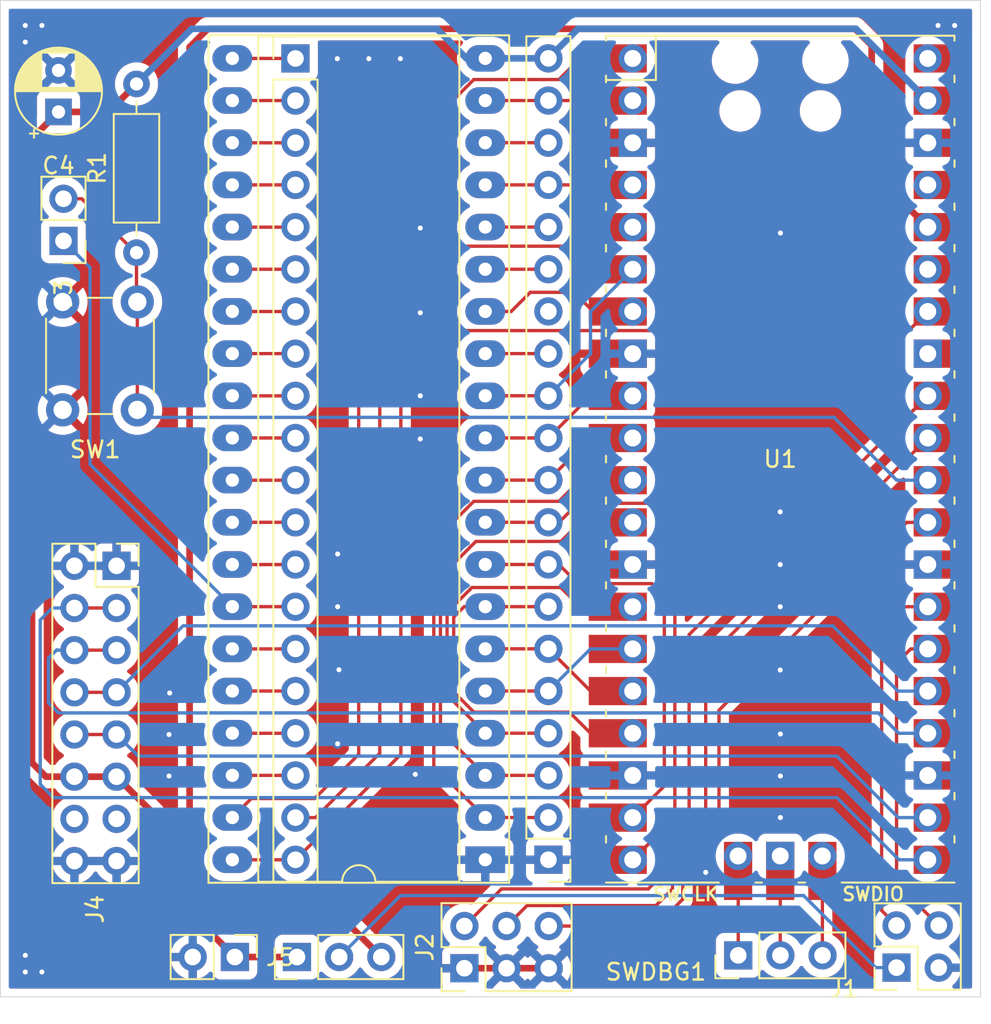
<source format=kicad_pcb>
(kicad_pcb (version 20241229) (generator "pcbnew") (generator_version "9.0")
  (title_block (title "1541-rePico") (date "2026-01-13") (rev "1.1"))
  (layers (0 "F.Cu" signal) (2 "B.Cu" signal) (13 "F.Paste" user) (15 "B.Paste" user) (5 "F.SilkS" user "F.Silkscreen") (7 "B.SilkS" user "B.Silkscreen") (1 "F.Mask" user) (3 "B.Mask" user) (25 "Edge.Cuts" user))
  (net 0 "")
  (net 1 "+5V")
  (net 2 "GND")
  (net 3 "Net-(Display_Power1-Pin_2)")
  (net 4 "+3.3V")
  (net 5 "/VIA 6522 Sockel/PA0")
  (net 6 "/VIA 6522 Sockel/PA1")
  (net 7 "/VIA 6522 Sockel/PA2")
  (net 8 "/VIA 6522 Sockel/PA3")
  (net 9 "/VIA 6522 Sockel/PA4")
  (net 10 "/VIA 6522 Sockel/PA5")
  (net 11 "/VIA 6522 Sockel/PA6")
  (net 12 "/VIA 6522 Sockel/PA7")
  (net 13 "/VIA 6522 Sockel/STP1")
  (net 14 "/VIA 6522 Sockel/STP0")
  (net 15 "/VIA 6522 Sockel/MTR")
  (net 16 "/VIA 6522 Sockel/ACT")
  (net 17 "/VIA 6522 Sockel/WPS")
  (net 18 "/VIA 6522 Sockel/DS0")
  (net 19 "/VIA 6522 Sockel/DS1")
  (net 20 "/VIA 6522 Sockel/SYNC")
  (net 21 "/VIA 6522 Sockel/NC")
  (net 22 "/VIA 6522 Sockel/MODE")
  (net 23 "Net-(IC2-~{IRQ})")
  (net 24 "Net-(IC2-R{slash}W)")
  (net 25 "Net-(IC2-~{CS2})")
  (net 26 "Net-(IC2-CS1)")
  (net 27 "Net-(IC2-PHI2)")
  (net 28 "Net-(IC2-D7)")
  (net 29 "Net-(IC2-D6)")
  (net 30 "Net-(IC2-D5)")
  (net 31 "Net-(IC2-D4)")
  (net 32 "Net-(IC2-D3)")
  (net 33 "Net-(IC2-D2)")
  (net 34 "Net-(IC2-D1)")
  (net 35 "Net-(IC2-D0)")
  (net 36 "/VIA 6522 Sockel/~{RESET}")
  (net 37 "Net-(IC2-RS3)")
  (net 38 "Net-(IC2-RS2)")
  (net 39 "Net-(IC2-RS1)")
  (net 40 "Net-(IC2-RS0)")
  (net 41 "/VIA 6522 Sockel/SOE")
  (net 42 "/VIA 6522 Sockel/BRDY")
  (net 43 "I2C_SCL")
  (net 44 "I2C_SDA")
  (net 45 "/BT1")
  (net 46 "/BT2")
  (net 47 "/BT3")
  (net 48 "Net-(J3-Pin_2)")
  (net 49 "MISO")
  (net 50 "SCK")
  (net 51 "MOSI")
  (net 52 "CS")
  (net 53 "/VIA 6522 Sockel/SOE_GA")
  (net 61 "Net-(SWDBG1-Pin_2)")
  (net 62 "Net-(SWDBG1-Pin_3)")
  (net 63 "Net-(SWDBG1-Pin_1)")
  (footprint "Resistor_THT:R_Axial_DIN0207_L6.3mm_D2.5mm_P10.16mm_Horizontal" (layer "F.Cu") (at 108.3776 80.2496 90)
    (property "Reference" "R1")
    (property "Value" "10k" (hide yes))
  )
  (footprint "Connector_PinHeader_2.54mm:PinHeader_1x20_P2.54mm_Vertical" (layer "F.Cu") (at 117.9576 68.5546)
    (property "Reference" "P2" (hide yes))
    (property "Value" "VIA_PIN_21-40" (hide yes))
  )
  (footprint "Button_Switch_THT:SW_PUSH_6mm_H5mm" (layer "F.Cu") (at 103.9276 89.7196 90)
    (property "Reference" "SW1")
    (property "Value" "RESET")
  )
  (footprint "Capacitor_THT:CP_Radial_D5.0mm_P2.50mm" (layer "F.Cu") (at 103.6776 71.774713 90)
    (property "Reference" "C4")
    (property "Value" "47µF" (hide yes))
  )
  (footprint "Package_DIP:DIP-40_W15.24mm_Socket_LongPads" (layer "F.Cu") (at 129.3926 116.8096 180)
    (property "Reference" "IC2" (hide yes))
    (property "Value" "VIA6522")
  )
  (footprint "Connector_PinHeader_2.54mm:PinHeader_1x02_P2.54mm_Vertical" (layer "F.Cu") (at 103.9776 79.5446 180)
    (property "Reference" "J3")
    (property "Value" "RESET_1541")
  )
  (footprint "Connector_PinHeader_2.54mm:PinHeader_1x03_P2.54mm_Vertical" (layer "F.Cu") (at 118.0501 122.6696 90)
    (property "Reference" "Display_Power1" (hide yes))
    (property "Value" "Display Power")
  )
  (footprint "Connector_PinSocket_2.54mm:PinSocket_2x02_P2.54mm_Vertical" (layer "F.Cu") (at 154.1776 123.3096 180)
    (property "Reference" "J1")
    (property "Value" "Display Connector")
  )
  (footprint "Connector_PinHeader_2.54mm:PinHeader_1x20_P2.54mm_Vertical" (layer "F.Cu") (at 133.1976 116.8096 180)
    (property "Reference" "P1" (hide yes))
    (property "Value" "VIA_PIN_1-20" (hide yes))
  )
  (footprint "Connector_PinHeader_2.54mm:PinHeader_1x02_P2.54mm_Vertical" (layer "F.Cu") (at 114.3051 122.6696 -90)
    (property "Reference" "J5")
    (property "Value" "EXT_5V")
  )
  (footprint "Connector_PinHeader_2.54mm:PinHeader_2x03_P2.54mm_Vertical" (layer "F.Cu") (at 128.1376 123.3446 90)
    (property "Reference" "J2")
    (property "Value" "Conn_02x03_Odd_Even" (hide yes))
  )
  (footprint "Connector_PinSocket_2.54mm:PinSocket_2x08_P2.54mm_Vertical" (layer "F.Cu") (at 107.1776 99.1096)
    (property "Reference" "J4")
    (property "Value" "SD Card Module Connector")
  )
  (footprint "RPi_Pico:RPi_Pico_SMD_TH" (layer "F.Cu") (at 147.1676 92.6846)
    (property "Reference" "U1")
    (property "Value" "Pico")
  )
  (footprint "Connector_PinHeader_2.54mm:PinHeader_1x03_P2.54mm_Vertical" (layer "F.Cu") (at 144.6376 122.5696 90)
    (property "Reference" "SWDBG1")
    (property "Value" "DEBUG")
  )
  (gr_rect (start 100.1776 65.0596) (end 159.2326 125.0696) (stroke (width 0.05)) (fill no) (layer "Edge.Cuts"))
  (segment (start 102.0826 110.9746) (end 102.0826 73.369713) (width 0.4) (layer "F.Cu") (net 1))
  (segment (start 106.692487 71.774713) (end 108.3776 70.0896) (width 0.4) (layer "F.Cu") (net 1))
  (segment (start 114.3051 122.6696) (end 112.8051 121.1696) (width 0.4) (layer "F.Cu") (net 1))
  (segment (start 104.6376 111.8096) (end 102.9176 111.8096) (width 0.4) (layer "F.Cu") (net 1))
  (segment (start 104.6376 111.8096) (end 107.1776 111.8096) (width 0.4) (layer "F.Cu") (net 1))
  (segment (start 109.3776 120.2696) (end 109.3776 114.0096) (width 0.4) (layer "F.Cu") (net 1))
  (segment (start 103.6776 71.774713) (end 106.692487 71.774713) (width 0.4) (layer "F.Cu") (net 1))
  (segment (start 108.262713 69.974713) (end 108.3776 70.0896) (width 0.4) (layer "F.Cu") (net 1))
  (segment (start 118.0501 122.6696) (end 114.3051 122.6696) (width 0.4) (layer "F.Cu") (net 1))
  (segment (start 102.9176 111.8096) (end 102.0826 110.9746) (width 0.4) (layer "F.Cu") (net 1))
  (segment (start 110.2776 121.1696) (end 109.3776 120.2696) (width 0.4) (layer "F.Cu") (net 1))
  (segment (start 112.8051 121.1696) (end 110.2776 121.1696) (width 0.4) (layer "F.Cu") (net 1))
  (segment (start 109.3776 114.0096) (end 107.1776 111.8096) (width 0.4) (layer "F.Cu") (net 1))
  (segment (start 102.0826 73.369713) (end 103.6776 71.774713) (width 0.4) (layer "F.Cu") (net 1))
  (segment (start 129.3926 68.5496) (end 128.2576 68.5496) (width 0.4) (layer "B.Cu") (net 1))
  (segment (start 126.4776 66.7696) (end 111.6976 66.7696) (width 0.4) (layer "B.Cu") (net 1))
  (segment (start 111.6976 66.7696) (end 108.3776 70.0896) (width 0.4) (layer "B.Cu") (net 1))
  (segment (start 129.3926 68.5496) (end 133.1976 68.5496) (width 0.4) (layer "B.Cu") (net 1))
  (segment (start 133.1976 68.5496) (end 134.9776 66.7696) (width 0.4) (layer "B.Cu") (net 1))
  (segment (start 151.7326 66.7696) (end 156.0576 71.0946) (width 0.4) (layer "B.Cu") (net 1))
  (segment (start 134.9776 66.7696) (end 151.7326 66.7696) (width 0.4) (layer "B.Cu") (net 1))
  (segment (start 128.2576 68.5496) (end 126.4776 66.7696) (width 0.4) (layer "B.Cu") (net 1))
  (segment (start 128.1376 123.3446) (end 130.6776 123.3446) (width 0.4) (layer "F.Cu") (net 2))
  (segment (start 130.6776 123.3446) (end 133.2176 123.3446) (width 0.4) (layer "F.Cu") (net 2))
  (via (at 101.6776 123.5696) (size 0.6) (drill 0.3) (layers "F.Cu" "B.Cu") (net 2))
  (via (at 110.3376 109.2696) (size 0.6) (drill 0.3) (layers "F.Cu" "B.Cu") (net 2))
  (via (at 125.4776 78.7696) (size 0.6) (drill 0.3) (layers "F.Cu" "B.Cu") (net 2))
  (via (at 147.1776 79.0696) (size 0.6) (drill 0.3) (layers "F.Cu" "B.Cu") (net 2))
  (via (at 156.6776 66.5696) (size 0.6) (drill 0.3) (layers "F.Cu" "B.Cu") (net 2))
  (via (at 147.1776 114.2696) (size 0.6) (drill 0.3) (layers "F.Cu" "B.Cu") (net 2))
  (via (at 110.3776 106.7696) (size 0.6) (drill 0.3) (layers "F.Cu" "B.Cu") (net 2))
  (via (at 142.6776 117.5696) (size 0.6) (drill 0.3) (layers "F.Cu" "B.Cu") (net 2))
  (via (at 102.6776 123.5696) (size 0.6) (drill 0.3) (layers "F.Cu" "B.Cu") (net 2))
  (via (at 147.1676 95.8596) (size 0.6) (drill 0.3) (layers "F.Cu" "B.Cu") (net 2))
  (via (at 101.6776 67.5696) (size 0.6) (drill 0.3) (layers "F.Cu" "B.Cu") (net 2))
  (via (at 120.4776 68.5696) (size 0.6) (drill 0.3) (layers "F.Cu" "B.Cu") (net 2))
  (via (at 120.4976 101.5746) (size 0.6) (drill 0.3) (layers "F.Cu" "B.Cu") (net 2))
  (via (at 122.3776 68.5696) (size 0.6) (drill 0.3) (layers "F.Cu" "B.Cu") (net 2))
  (via (at 147.1676 101.5746) (size 0.6) (drill 0.3) (layers "F.Cu" "B.Cu") (net 2))
  (via (at 125.4776 83.8696) (size 0.6) (drill 0.3) (layers "F.Cu" "B.Cu") (net 2))
  (via (at 125.4776 88.8696) (size 0.6) (drill 0.3) (layers "F.Cu" "B.Cu") (net 2))
  (via (at 125.1776 111.6696) (size 0.6) (drill 0.3) (layers "F.Cu" "B.Cu") (net 2))
  (via (at 101.6776 66.5696) (size 0.6) (drill 0.3) (layers "F.Cu" "B.Cu") (net 2))
  (via (at 147.1776 109.2396) (size 0.6) (drill 0.3) (layers "F.Cu" "B.Cu") (net 2))
  (via (at 157.6776 66.5696) (size 0.6) (drill 0.3) (layers "F.Cu" "B.Cu") (net 2))
  (via (at 120.4976 109.8296) (size 0.6) (drill 0.3) (layers "F.Cu" "B.Cu") (net 2))
  (via (at 120.5776 105.3696) (size 0.6) (drill 0.3) (layers "F.Cu" "B.Cu") (net 2))
  (via (at 101.6776 122.5696) (size 0.6) (drill 0.3) (layers "F.Cu" "B.Cu") (net 2))
  (via (at 147.1676 99.0346) (size 0.6) (drill 0.3) (layers "F.Cu" "B.Cu") (net 2))
  (via (at 110.3376 111.7696) (size 0.6) (drill 0.3) (layers "F.Cu" "B.Cu") (net 2))
  (via (at 124.2776 68.5696) (size 0.6) (drill 0.3) (layers "F.Cu" "B.Cu") (net 2))
  (via (at 147.1776 111.7696) (size 0.6) (drill 0.3) (layers "F.Cu" "B.Cu") (net 2))
  (via (at 147.1676 105.3846) (size 0.6) (drill 0.3) (layers "F.Cu" "B.Cu") (net 2))
  (via (at 125.4776 91.4696) (size 0.6) (drill 0.3) (layers "F.Cu" "B.Cu") (net 2))
  (via (at 102.6776 66.5696) (size 0.6) (drill 0.3) (layers "F.Cu" "B.Cu") (net 2))
  (via (at 120.4976 98.3996) (size 0.6) (drill 0.3) (layers "F.Cu" "B.Cu") (net 2))
  (segment (start 124.2901 118.9696) (end 148.5776 118.9696) (width 0.2) (layer "B.Cu") (net 3))
  (segment (start 120.5901 122.6696) (end 124.2901 118.9696) (width 0.2) (layer "B.Cu") (net 3))
  (segment (start 148.5776 118.9696) (end 152.9176 123.3096) (width 0.2) (layer "B.Cu") (net 3))
  (segment (start 152.9176 123.3096) (end 154.1776 123.3096) (width 0.2) (layer "B.Cu") (net 3))
  (segment (start 111.5776 67.8696) (end 111.5776 118.0696) (width 0.4) (layer "F.Cu") (net 4))
  (segment (start 151.6776 66.7696) (end 112.6776 66.7696) (width 0.4) (layer "F.Cu") (net 4))
  (segment (start 112.6776 66.7696) (end 111.5776 67.8696) (width 0.4) (layer "F.Cu") (net 4))
  (segment (start 156.0576 78.7146) (end 152.6776 75.3346) (width 0.4) (layer "F.Cu") (net 4))
  (segment (start 152.6776 75.3346) (end 152.6776 67.7696) (width 0.4) (layer "F.Cu") (net 4))
  (segment (start 123.1301 122.6696) (end 119.7301 119.2696) (width 0.4) (layer "F.Cu") (net 4))
  (segment (start 112.7776 119.2696) (end 111.5776 118.0696) (width 0.4) (layer "F.Cu") (net 4))
  (segment (start 112.7776 119.2696) (end 119.7301 119.2696) (width 0.4) (layer "F.Cu") (net 4))
  (segment (start 152.6776 67.7696) (end 151.6776 66.7696) (width 0.4) (layer "F.Cu") (net 4))
  (segment (start 126.2926 111.1696) (end 126.2926 97.633965) (width 0.2) (layer "F.Cu") (net 5))
  (segment (start 126.2926 97.633965) (end 128.701965 95.2246) (width 0.2) (layer "F.Cu") (net 5))
  (segment (start 133.8326 95.2246) (end 135.1026 93.9546) (width 0.2) (layer "F.Cu") (net 5))
  (segment (start 128.701965 95.2246) (end 133.8326 95.2246) (width 0.2) (layer "F.Cu") (net 5))
  (segment (start 133.1976 114.2696) (end 129.3926 114.2696) (width 0.2) (layer "F.Cu") (net 5))
  (segment (start 129.3926 114.2696) (end 126.2926 111.1696) (width 0.2) (layer "F.Cu") (net 5))
  (segment (start 135.1026 93.9546) (end 138.2776 93.9546) (width 0.2) (layer "F.Cu") (net 5))
  (segment (start 128.826965 97.6396) (end 126.6926 99.773965) (width 0.2) (layer "F.Cu") (net 6))
  (segment (start 133.1976 111.7296) (end 129.3926 111.7296) (width 0.2) (layer "F.Cu") (net 6))
  (segment (start 126.6926 99.773965) (end 126.6926 109.0296) (width 0.2) (layer "F.Cu") (net 6))
  (segment (start 138.2776 96.4946) (end 135.1026 96.4946) (width 0.2) (layer "F.Cu") (net 6))
  (segment (start 135.1026 96.4946) (end 133.9576 97.6396) (width 0.2) (layer "F.Cu") (net 6))
  (segment (start 133.9576 97.6396) (end 128.826965 97.6396) (width 0.2) (layer "F.Cu") (net 6))
  (segment (start 126.6926 109.0296) (end 129.3926 111.7296) (width 0.2) (layer "F.Cu") (net 6))
  (segment (start 127.0926 101.913965) (end 128.586965 100.4196) (width 0.2) (layer "F.Cu") (net 7))
  (segment (start 135.1026 101.5746) (end 138.2776 101.5746) (width 0.2) (layer "F.Cu") (net 7))
  (segment (start 133.9476 100.4196) (end 135.1026 101.5746) (width 0.2) (layer "F.Cu") (net 7))
  (segment (start 129.3926 109.1896) (end 127.0926 106.8896) (width 0.2) (layer "F.Cu") (net 7))
  (segment (start 127.0926 106.8896) (end 127.0926 101.913965) (width 0.2) (layer "F.Cu") (net 7))
  (segment (start 128.586965 100.4196) (end 133.9476 100.4196) (width 0.2) (layer "F.Cu") (net 7))
  (segment (start 133.1976 109.1896) (end 129.3926 109.1896) (width 0.2) (layer "F.Cu") (net 7))
  (segment (start 133.1976 106.6496) (end 129.3926 106.6496) (width 0.2) (layer "F.Cu") (net 8))
  (segment (start 138.2776 104.1146) (end 135.7326 104.1146) (width 0.2) (layer "B.Cu") (net 8))
  (segment (start 135.7326 104.1146) (end 133.1976 106.6496) (width 0.2) (layer "B.Cu") (net 8))
  (segment (start 135.7426 106.6546) (end 133.1976 104.1096) (width 0.2) (layer "F.Cu") (net 9))
  (segment (start 133.1976 104.1096) (end 129.3926 104.1096) (width 0.2) (layer "F.Cu") (net 9))
  (segment (start 138.2776 106.6546) (end 135.7426 106.6546) (width 0.2) (layer "F.Cu") (net 9))
  (segment (start 129.3926 101.5696) (end 133.1976 101.5696) (width 0.2) (layer "F.Cu") (net 10))
  (segment (start 128.1226 101.5696) (end 129.3926 101.5696) (width 0.2) (layer "F.Cu") (net 10))
  (segment (start 128.711965 107.9246) (end 127.4926 106.705235) (width 0.2) (layer "F.Cu") (net 10))
  (segment (start 138.2776 109.1946) (end 135.7376 109.1946) (width 0.2) (layer "F.Cu") (net 10))
  (segment (start 135.7376 109.1946) (end 134.4676 107.9246) (width 0.2) (layer "F.Cu") (net 10))
  (segment (start 127.4926 102.1996) (end 128.1226 101.5696) (width 0.2) (layer "F.Cu") (net 10))
  (segment (start 127.4926 106.705235) (end 127.4926 102.1996) (width 0.2) (layer "F.Cu") (net 10))
  (segment (start 134.4676 107.9246) (end 128.711965 107.9246) (width 0.2) (layer "F.Cu") (net 10))
  (segment (start 138.2776 114.2746) (end 140.1826 112.3696) (width 0.2) (layer "F.Cu") (net 11))
  (segment (start 139.4276 100.1846) (end 134.9826 100.1846) (width 0.2) (layer "F.Cu") (net 11))
  (segment (start 133.8276 99.0296) (end 133.1976 99.0296) (width 0.2) (layer "F.Cu") (net 11))
  (segment (start 140.1826 100.9396) (end 139.4276 100.1846) (width 0.2) (layer "F.Cu") (net 11))
  (segment (start 140.1826 112.3696) (end 140.1826 100.9396) (width 0.2) (layer "F.Cu") (net 11))
  (segment (start 134.9826 100.1846) (end 133.8276 99.0296) (width 0.2) (layer "F.Cu") (net 11))
  (segment (start 133.1976 99.0296) (end 129.3926 99.0296) (width 0.2) (layer "F.Cu") (net 11))
  (segment (start 133.1976 96.4896) (end 133.8376 96.4896) (width 0.2) (layer "F.Cu") (net 12))
  (segment (start 133.1976 96.4896) (end 129.3926 96.4896) (width 0.2) (layer "F.Cu") (net 12))
  (segment (start 140.8176 96.4946) (end 140.8176 114.2746) (width 0.2) (layer "F.Cu") (net 12))
  (segment (start 140.8176 114.2746) (end 138.2776 116.8146) (width 0.2) (layer "F.Cu") (net 12))
  (segment (start 134.9826 95.3446) (end 139.6676 95.3446) (width 0.2) (layer "F.Cu") (net 12))
  (segment (start 139.6676 95.3446) (end 140.8176 96.4946) (width 0.2) (layer "F.Cu") (net 12))
  (segment (start 133.8376 96.4896) (end 134.9826 95.3446) (width 0.2) (layer "F.Cu") (net 12))
  (segment (start 133.1976 93.9496) (end 135.7326 91.4146) (width 0.2) (layer "F.Cu") (net 13))
  (segment (start 135.7326 91.4146) (end 138.2776 91.4146) (width 0.2) (layer "F.Cu") (net 13))
  (segment (start 133.1976 93.9496) (end 129.3926 93.9496) (width 0.2) (layer "F.Cu") (net 13))
  (segment (start 133.1976 91.4096) (end 135.7326 88.8746) (width 0.2) (layer "F.Cu") (net 14))
  (segment (start 135.7326 88.8746) (end 138.2776 88.8746) (width 0.2) (layer "F.Cu") (net 14))
  (segment (start 133.1976 91.4096) (end 129.3926 91.4096) (width 0.2) (layer "F.Cu") (net 14))
  (segment (start 133.1976 88.8696) (end 129.3926 88.8696) (width 0.2) (layer "F.Cu") (net 15))
  (segment (start 135.7376 86.3346) (end 135.7326 86.3346) (width 0.2) (layer "B.Cu") (net 15))
  (segment (start 135.7326 86.3346) (end 133.1976 88.8696) (width 0.2) (layer "B.Cu") (net 15))
  (segment (start 138.2776 81.2546) (end 135.7376 83.7946) (width 0.2) (layer "B.Cu") (net 15))
  (segment (start 135.7376 83.7946) (end 135.7376 86.3346) (width 0.2) (layer "B.Cu") (net 15))
  (segment (start 133.1976 86.3296) (end 129.3926 86.3296) (width 0.2) (layer "F.Cu") (net 16))
  (segment (start 135.9026 83.7946) (end 134.7466 82.6386) (width 0.2) (layer "F.Cu") (net 17))
  (segment (start 138.2776 83.7946) (end 135.9026 83.7946) (width 0.2) (layer "F.Cu") (net 17))
  (segment (start 138.2726 83.7896) (end 138.2776 83.7946) (width 0.2) (layer "F.Cu") (net 17))
  (segment (start 134.7466 82.6386) (end 132.1086 82.6386) (width 0.2) (layer "F.Cu") (net 17))
  (segment (start 130.9576 83.7896) (end 129.3926 83.7896) (width 0.2) (layer "F.Cu") (net 17))
  (segment (start 132.1086 82.6386) (end 130.9576 83.7896) (width 0.2) (layer "F.Cu") (net 17))
  (segment (start 133.1976 81.2496) (end 129.3926 81.2496) (width 0.2) (layer "F.Cu") (net 18))
  (segment (start 129.3926 78.7096) (end 133.1976 78.7096) (width 0.2) (layer "F.Cu") (net 19))
  (segment (start 133.1976 76.1696) (end 129.3926 76.1696) (width 0.2) (layer "F.Cu") (net 20))
  (segment (start 133.1976 76.1696) (end 138.2726 76.1696) (width 0.2) (layer "F.Cu") (net 20))
  (segment (start 138.2726 76.1696) (end 138.2776 76.1746) (width 0.2) (layer "F.Cu") (net 20))
  (segment (start 133.1976 73.6296) (end 129.3926 73.6296) (width 0.2) (layer "F.Cu") (net 21))
  (segment (start 138.2726 71.0896) (end 138.2776 71.0946) (width 0.2) (layer "F.Cu") (net 22))
  (segment (start 133.1976 71.0896) (end 138.2726 71.0896) (width 0.2) (layer "F.Cu") (net 22))
  (segment (start 129.3926 71.0896) (end 133.1976 71.0896) (width 0.2) (layer "F.Cu") (net 22))
  (segment (start 117.9576 68.5546) (end 114.1576 68.5546) (width 0.2) (layer "F.Cu") (net 23))
  (segment (start 114.1576 68.5546) (end 114.1526 68.5496) (width 0.2) (layer "F.Cu") (net 23))
  (segment (start 117.9526 71.0896) (end 117.9576 71.0946) (width 0.2) (layer "F.Cu") (net 24))
  (segment (start 114.1526 71.0896) (end 117.9526 71.0896) (width 0.2) (layer "F.Cu") (net 24))
  (segment (start 114.1576 73.6346) (end 114.1526 73.6296) (width 0.2) (layer "F.Cu") (net 25))
  (segment (start 117.9576 73.6346) (end 114.1576 73.6346) (width 0.2) (layer "F.Cu") (net 25))
  (segment (start 114.1526 76.1696) (end 117.9526 76.1696) (width 0.2) (layer "F.Cu") (net 26))
  (segment (start 117.9526 76.1696) (end 117.9576 76.1746) (width 0.2) (layer "F.Cu") (net 26))
  (segment (start 117.9576 78.7146) (end 114.1576 78.7146) (width 0.2) (layer "F.Cu") (net 27))
  (segment (start 114.1576 78.7146) (end 114.1526 78.7096) (width 0.2) (layer "F.Cu") (net 27))
  (segment (start 114.1526 81.2496) (end 117.9526 81.2496) (width 0.2) (layer "F.Cu") (net 28))
  (segment (start 117.9526 81.2496) (end 117.9576 81.2546) (width 0.2) (layer "F.Cu") (net 28))
  (segment (start 117.9576 83.7946) (end 114.1576 83.7946) (width 0.2) (layer "F.Cu") (net 29))
  (segment (start 114.1576 83.7946) (end 114.1526 83.7896) (width 0.2) (layer "F.Cu") (net 29))
  (segment (start 114.1526 86.3296) (end 117.9526 86.3296) (width 0.2) (layer "F.Cu") (net 30))
  (segment (start 117.9526 86.3296) (end 117.9576 86.3346) (width 0.2) (layer "F.Cu") (net 30))
  (segment (start 117.9576 88.8746) (end 114.1576 88.8746) (width 0.2) (layer "F.Cu") (net 31))
  (segment (start 114.1576 88.8746) (end 114.1526 88.8696) (width 0.2) (layer "F.Cu") (net 31))
  (segment (start 117.9526 91.4096) (end 117.9576 91.4146) (width 0.2) (layer "F.Cu") (net 32))
  (segment (start 114.1526 91.4096) (end 117.9526 91.4096) (width 0.2) (layer "F.Cu") (net 32))
  (segment (start 117.9576 93.9546) (end 114.1576 93.9546) (width 0.2) (layer "F.Cu") (net 33))
  (segment (start 114.1576 93.9546) (end 114.1526 93.9496) (width 0.2) (layer "F.Cu") (net 33))
  (segment (start 117.9526 96.4896) (end 117.9576 96.4946) (width 0.2) (layer "F.Cu") (net 34))
  (segment (start 114.1526 96.4896) (end 117.9526 96.4896) (width 0.2) (layer "F.Cu") (net 34))
  (segment (start 117.9576 99.0346) (end 114.1576 99.0346) (width 0.2) (layer "F.Cu") (net 35))
  (segment (start 114.1576 99.0346) (end 114.1526 99.0296) (width 0.2) (layer "F.Cu") (net 35))
  (segment (start 117.9526 101.5696) (end 117.9576 101.5746) (width 0.2) (layer "F.Cu") (net 36))
  (segment (start 114.1526 101.5696) (end 117.9526 101.5696) (width 0.2) (layer "F.Cu") (net 36))
  (segment (start 105.5776 92.9946) (end 114.1526 101.5696) (width 0.2) (layer "B.Cu") (net 36))
  (segment (start 103.9776 79.5446) (end 105.5776 81.1446) (width 0.2) (layer "B.Cu") (net 36))
  (segment (start 105.5776 81.1446) (end 105.5776 92.9946) (width 0.2) (layer "B.Cu") (net 36))
  (segment (start 114.1576 104.1146) (end 114.1526 104.1096) (width 0.2) (layer "F.Cu") (net 37))
  (segment (start 117.9576 104.1146) (end 114.1576 104.1146) (width 0.2) (layer "F.Cu") (net 37))
  (segment (start 117.9526 106.6496) (end 117.9576 106.6546) (width 0.2) (layer "F.Cu") (net 38))
  (segment (start 114.1526 106.6496) (end 117.9526 106.6496) (width 0.2) (layer "F.Cu") (net 38))
  (segment (start 117.9576 109.1946) (end 114.1576 109.1946) (width 0.2) (layer "F.Cu") (net 39))
  (segment (start 114.1576 109.1946) (end 114.1526 109.1896) (width 0.2) (layer "F.Cu") (net 39))
  (segment (start 117.9526 111.7296) (end 117.9576 111.7346) (width 0.2) (layer "F.Cu") (net 40))
  (segment (start 114.1526 111.7296) (end 117.9526 111.7296) (width 0.2) (layer "F.Cu") (net 40))
  (segment (start 133.8326 69.8246) (end 128.701965 69.8246) (width 0.2) (layer "F.Cu") (net 41))
  (segment (start 119.1076 113.1246) (end 115.2976 113.1246) (width 0.2) (layer "F.Cu") (net 41))
  (segment (start 128.701965 69.8246) (end 121.7676 76.758965) (width 0.2) (layer "F.Cu") (net 41))
  (segment (start 121.7676 110.4646) (end 119.1076 113.1246) (width 0.2) (layer "F.Cu") (net 41))
  (segment (start 138.2776 68.5546) (end 135.1026 68.5546) (width 0.2) (layer "F.Cu") (net 41))
  (segment (start 135.1026 68.5546) (end 133.8326 69.8246) (width 0.2) (layer "F.Cu") (net 41))
  (segment (start 121.7676 76.758965) (end 121.7676 110.4646) (width 0.2) (layer "F.Cu") (net 41))
  (segment (start 115.2976 113.1246) (end 114.1526 114.2696) (width 0.2) (layer "F.Cu") (net 41))
  (segment (start 124.3076 110.4646) (end 117.9576 116.8146) (width 0.2) (layer "F.Cu") (net 42))
  (segment (start 156.0576 83.7946) (end 154.9076 84.9446) (width 0.2) (layer "F.Cu") (net 42))
  (segment (start 117.9576 116.8146) (end 114.1576 116.8146) (width 0.2) (layer "F.Cu") (net 42))
  (segment (start 154.9076 84.9446) (end 125.6976 84.9446) (width 0.2) (layer "F.Cu") (net 42))
  (segment (start 114.1576 116.8146) (end 114.1526 116.8096) (width 0.2) (layer "F.Cu") (net 42))
  (segment (start 124.3076 86.3346) (end 124.3076 110.4646) (width 0.2) (layer "F.Cu") (net 42))
  (segment (start 125.6976 84.9446) (end 124.3076 86.3346) (width 0.2) (layer "F.Cu") (net 42))
  (segment (start 153.2776 119.8696) (end 154.1776 120.7696) (width 0.2) (layer "F.Cu") (net 43))
  (segment (start 156.0576 101.5746) (end 154.2726 101.5746) (width 0.2) (layer "F.Cu") (net 43))
  (segment (start 154.2726 101.5746) (end 153.2776 102.5696) (width 0.2) (layer "F.Cu") (net 43))
  (segment (start 153.2776 102.5696) (end 153.2776 119.8696) (width 0.2) (layer "F.Cu") (net 43))
  (segment (start 155.0326 104.1146) (end 154.1776 104.9696) (width 0.2) (layer "F.Cu") (net 44))
  (segment (start 156.0576 104.1146) (end 155.0326 104.1146) (width 0.2) (layer "F.Cu") (net 44))
  (segment (start 154.1776 104.9696) (end 154.1776 118.2296) (width 0.2) (layer "F.Cu") (net 44))
  (segment (start 154.1776 118.2296) (end 156.7176 120.7696) (width 0.2) (layer "F.Cu") (net 44))
  (segment (start 139.9481 116.2991) (end 139.9481 117.8401) (width 0.2) (layer "F.Cu") (net 45))
  (segment (start 139.9481 117.8401) (end 139.2186 118.5696) (width 0.2) (layer "F.Cu") (net 45))
  (segment (start 156.0576 88.8746) (end 141.6776 103.2546) (width 0.2) (layer "F.Cu") (net 45))
  (segment (start 139.2186 118.5696) (end 130.3726 118.5696) (width 0.2) (layer "F.Cu") (net 45))
  (segment (start 141.6776 103.2546) (end 141.6776 114.5696) (width 0.2) (layer "F.Cu") (net 45))
  (segment (start 130.3726 118.5696) (end 128.1376 120.8046) (width 0.2) (layer "F.Cu") (net 45))
  (segment (start 141.6776 114.5696) (end 139.9481 116.2991) (width 0.2) (layer "F.Cu") (net 45))
  (segment (start 142.6776 104.7946) (end 142.6776 114.5696) (width 0.2) (layer "F.Cu") (net 46))
  (segment (start 156.0576 91.4146) (end 142.6776 104.7946) (width 0.2) (layer "F.Cu") (net 46))
  (segment (start 140.6776 118.5696) (end 139.6776 119.5696) (width 0.2) (layer "F.Cu") (net 46))
  (segment (start 142.6776 114.5696) (end 140.6776 116.5696) (width 0.2) (layer "F.Cu") (net 46))
  (segment (start 131.9126 119.5696) (end 130.6776 120.8046) (width 0.2) (layer "F.Cu") (net 46))
  (segment (start 139.6776 119.5696) (end 131.9126 119.5696) (width 0.2) (layer "F.Cu") (net 46))
  (segment (start 140.6776 116.5696) (end 140.6776 118.5696) (width 0.2) (layer "F.Cu") (net 46))
  (segment (start 143.4766 107.8056) (end 154.7876 96.4946) (width 0.2) (layer "F.Cu") (net 47))
  (segment (start 141.2951 116.7511) (end 141.2951 119.1871) (width 0.2) (layer "F.Cu") (net 47))
  (segment (start 143.4766 114.5696) (end 141.2951 116.7511) (width 0.2) (layer "F.Cu") (net 47))
  (segment (start 139.6776 120.8046) (end 141.2951 119.1871) (width 0.2) (layer "F.Cu") (net 47))
  (segment (start 154.7876 96.4946) (end 156.0576 96.4946) (width 0.2) (layer "F.Cu") (net 47))
  (segment (start 143.4766 114.5696) (end 143.4766 107.8056) (width 0.2) (layer "F.Cu") (net 47))
  (segment (start 133.2176 120.8046) (end 139.6776 120.8046) (width 0.2) (layer "F.Cu") (net 47))
  (segment (start 108.3226 80.2496) (end 105.0776 77.0046) (width 0.2) (layer "F.Cu") (net 48))
  (segment (start 108.3776 83.1696) (end 108.4276 83.2196) (width 0.2) (layer "F.Cu") (net 48))
  (segment (start 108.4276 83.2196) (end 108.4276 89.7196) (width 0.2) (layer "F.Cu") (net 48))
  (segment (start 108.3776 80.2496) (end 108.3226 80.2496) (width 0.2) (layer "F.Cu") (net 48))
  (segment (start 108.3776 80.2496) (end 108.3776 83.1696) (width 0.2) (layer "F.Cu") (net 48))
  (segment (start 105.0776 77.0046) (end 103.9776 77.0046) (width 0.2) (layer "F.Cu") (net 48))
  (segment (start 150.4076 90.1696) (end 108.8776 90.1696) (width 0.2) (layer "B.Cu") (net 48))
  (segment (start 154.1926 93.9546) (end 150.4076 90.1696) (width 0.2) (layer "B.Cu") (net 48))
  (segment (start 108.8776 90.1696) (end 108.4276 89.7196) (width 0.2) (layer "B.Cu") (net 48))
  (segment (start 156.0576 93.9546) (end 154.1926 93.9546) (width 0.2) (layer "B.Cu") (net 48))
  (segment (start 107.1776 101.6496) (end 104.6376 101.6496) (width 0.2) (layer "F.Cu") (net 49))
  (segment (start 150.5776 113.0696) (end 103.3776 113.0696) (width 0.2) (layer "B.Cu") (net 49))
  (segment (start 103.2976 101.6496) (end 104.6376 101.6496) (width 0.2) (layer "B.Cu") (net 49))
  (segment (start 156.0576 116.8146) (end 154.3226 116.8146) (width 0.2) (layer "B.Cu") (net 49))
  (segment (start 154.3226 116.8146) (end 150.5776 113.0696) (width 0.2) (layer "B.Cu") (net 49))
  (segment (start 102.5776 102.3696) (end 103.2976 101.6496) (width 0.2) (layer "B.Cu") (net 49))
  (segment (start 102.5776 112.2696) (end 102.5776 102.3696) (width 0.2) (layer "B.Cu") (net 49))
  (segment (start 103.3776 113.0696) (end 102.5776 112.2696) (width 0.2) (layer "B.Cu") (net 49))
  (segment (start 107.1776 104.1896) (end 104.6376 104.1896) (width 0.2) (layer "F.Cu") (net 50))
  (segment (start 104.6376 104.1896) (end 103.5976 104.1896) (width 0.2) (layer "B.Cu") (net 50))
  (segment (start 103.0776 107.3696) (end 103.6776 107.9696) (width 0.2) (layer "B.Cu") (net 50))
  (segment (start 103.5776 104.1696) (end 103.0776 104.6696) (width 0.2) (layer "B.Cu") (net 50))
  (segment (start 103.0776 104.6696) (end 103.0776 107.3696) (width 0.2) (layer "B.Cu") (net 50))
  (segment (start 103.5976 104.1896) (end 103.5776 104.1696) (width 0.2) (layer "B.Cu") (net 50))
  (segment (start 153.0776 107.9696) (end 154.3026 109.1946) (width 0.2) (layer "B.Cu") (net 50))
  (segment (start 154.3026 109.1946) (end 156.0576 109.1946) (width 0.2) (layer "B.Cu") (net 50))
  (segment (start 103.6776 107.9696) (end 153.0776 107.9696) (width 0.2) (layer "B.Cu") (net 50))
  (segment (start 104.6376 106.7296) (end 107.1776 106.7296) (width 0.2) (layer "F.Cu") (net 51))
  (segment (start 107.1776 106.7296) (end 111.1816 102.7256) (width 0.2) (layer "B.Cu") (net 51))
  (segment (start 150.3336 102.7256) (end 154.2626 106.6546) (width 0.2) (layer "B.Cu") (net 51))
  (segment (start 111.1816 102.7256) (end 150.3336 102.7256) (width 0.2) (layer "B.Cu") (net 51))
  (segment (start 154.2626 106.6546) (end 156.0576 106.6546) (width 0.2) (layer "B.Cu") (net 51))
  (segment (start 107.1776 109.2696) (end 104.6376 109.2696) (width 0.2) (layer "F.Cu") (net 52))
  (segment (start 108.4776 110.5696) (end 107.1776 109.2696) (width 0.2) (layer "B.Cu") (net 52))
  (segment (start 156.0576 114.2746) (end 154.2826 114.2746) (width 0.2) (layer "B.Cu") (net 52))
  (segment (start 150.5776 110.5696) (end 108.4776 110.5696) (width 0.2) (layer "B.Cu") (net 52))
  (segment (start 154.2826 114.2746) (end 150.5776 110.5696) (width 0.2) (layer "B.Cu") (net 52))
  (segment (start 126.9726 79.8596) (end 134.5926 79.8596) (width 0.2) (layer "F.Cu") (net 53))
  (segment (start 134.5926 79.8596) (end 135.7376 78.7146) (width 0.2) (layer "F.Cu") (net 53))
  (segment (start 135.7376 78.7146) (end 138.2776 78.7146) (width 0.2) (layer "F.Cu") (net 53))
  (segment (start 123.0376 110.396681) (end 123.0376 83.7946) (width 0.2) (layer "F.Cu") (net 53))
  (segment (start 123.0376 83.7946) (end 126.9726 79.8596) (width 0.2) (layer "F.Cu") (net 53))
  (segment (start 119.159681 114.2746) (end 123.0376 110.396681) (width 0.2) (layer "F.Cu") (net 53))
  (segment (start 117.9576 114.2746) (end 119.159681 114.2746) (width 0.2) (layer "F.Cu") (net 53))
  (segment (start 147.1676 122.5596) (end 147.1776 122.5696) (width 0.2) (layer "F.Cu") (net 61))
  (segment (start 147.1676 116.5846) (end 147.1676 122.5596) (width 0.2) (layer "F.Cu") (net 61))
  (segment (start 149.7076 122.5596) (end 149.7176 122.5696) (width 0.2) (layer "F.Cu") (net 62))
  (segment (start 149.7076 116.5846) (end 149.7076 122.5596) (width 0.2) (layer "F.Cu") (net 62))
  (segment (start 144.6376 118.5296) (end 144.6376 122.5696) (width 0.2) (layer "F.Cu") (net 63))
  (segment (start 144.6276 116.5846) (end 144.6276 118.5196) (width 0.2) (layer "F.Cu") (net 63))
  (segment (start 144.6276 118.5196) (end 144.6376 118.5296) (width 0.2) (layer "F.Cu") (net 63))
  (zone (net 2) (net_name "GND") (layers "F.Cu" "B.Cu") (name "Ground") (connect_pads (clearance 0.5)) (min_thickness 0.25) (fill yes (thermal_gap 0.5) (thermal_bridge_width 0.5))
    (polygon (pts (xy 159.2326 65.0596) (xy 100.1776 65.0596) (xy 100.1776 125.0696) (xy 159.2326 125.0696)))
  )
)
</source>
